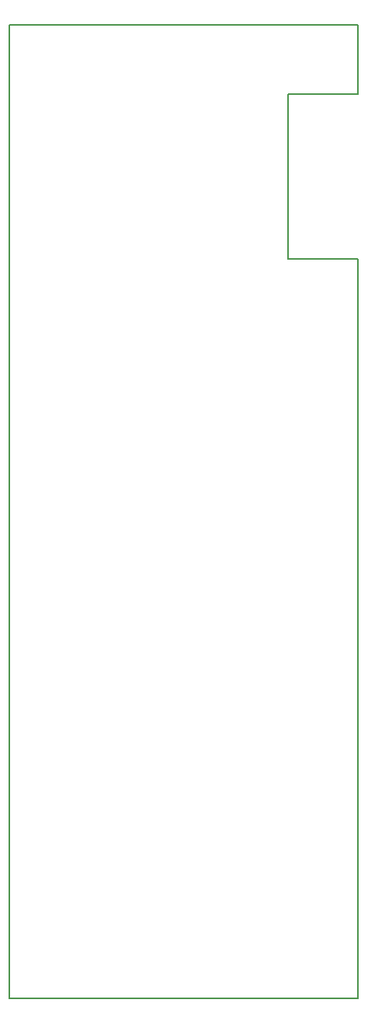
<source format=gm1>
G04 #@! TF.FileFunction,Profile,NP*
%FSLAX46Y46*%
G04 Gerber Fmt 4.6, Leading zero omitted, Abs format (unit mm)*
G04 Created by KiCad (PCBNEW 4.0.2-stable) date 2019-06-10 11:42:33 PM*
%MOMM*%
G01*
G04 APERTURE LIST*
%ADD10C,0.100000*%
%ADD11C,0.200000*%
G04 APERTURE END LIST*
D10*
D11*
X141900000Y-41615000D02*
X141900000Y-122150000D01*
X103900000Y-122150000D02*
X103900000Y-16150000D01*
X141900000Y-122150000D02*
X103900000Y-122150000D01*
X141900000Y-16150000D02*
X141900000Y-23615000D01*
X103900000Y-16150000D02*
X141900000Y-16150000D01*
X134265000Y-41615000D02*
X141900000Y-41615000D01*
X134265000Y-23615000D02*
X134265000Y-41615000D01*
X134265000Y-23615000D02*
X141900000Y-23615000D01*
M02*

</source>
